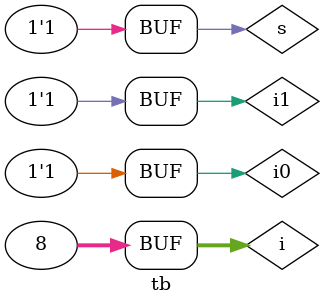
<source format=v>
module m1(i0,i1,s,y);
  input i0,i1,s;
  output y;
  wire s_bar;
  assign s_bar=s;
  assign y=(i0&s_bar)|(i1&s);
endmodule
									//TESTBENCH

module tb;
  reg i0,i1,s;
  wire y;
  integer i;
  
  m1 dut(i0,i1,s,y);
  initial begin
    for(i=0;i<8;i=i+1)
    #5 {i0,i1,s}=i;
  end
  initial begin			  
    $monitor("Simtime=%0d,i0=%b;i1=%b;s=%b,y=%b",$time,i0,i1,s,y);
  end
  //generate waveform
  initial begin
    $dumpfile("dump.vcd");
    $dumpvars(0,i0,i1,s,y);
  end
endmodule

</source>
